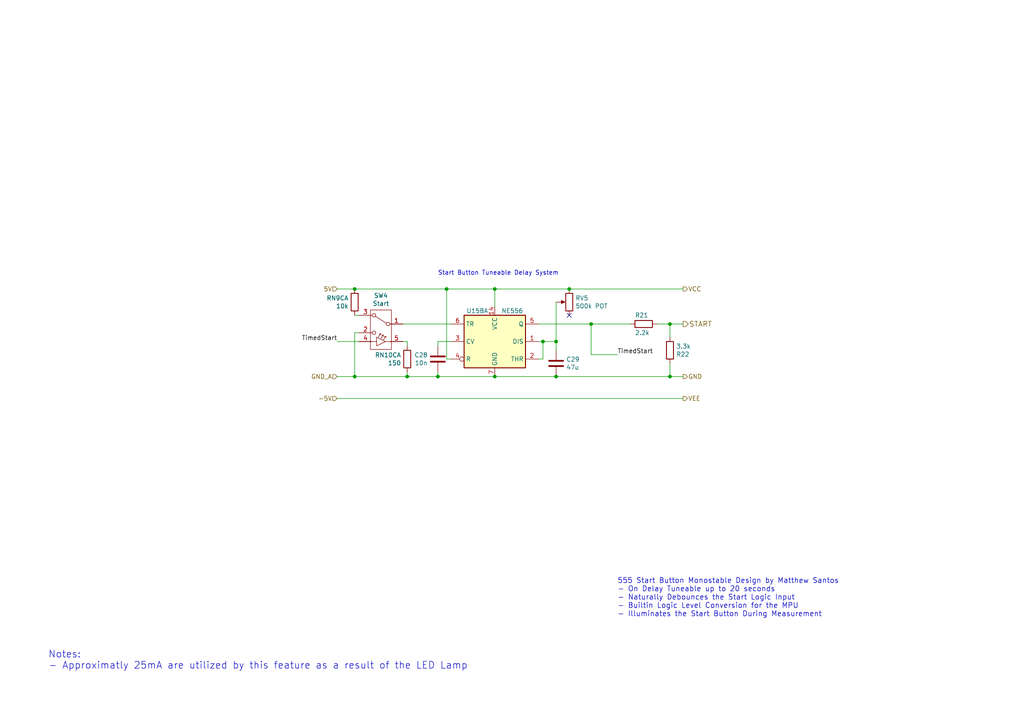
<source format=kicad_sch>
(kicad_sch (version 20231120) (generator "eeschema") (generator_version "8.0")
  (paper "A4")
  (lib_symbols
    (symbol "Main-rescue:C-device" (pin_numbers hide) (pin_names (offset 0.254))
      (property "Reference" "C" (at 0.635 2.54 0))
      (property "Value" "device:C" (at 0.635 -2.54 0))
      (symbol "C-device_0_1"
        (polyline (pts (xy -2.032 -0.762) (xy 2.032 -0.762)) (stroke (width 0.508)))
        (polyline (pts (xy -2.032 0.762) (xy 2.032 0.762)) (stroke (width 0.508)))
      )
      (symbol "C-device_1_1"
        (pin passive line (at 0 3.81 270) (length 2.794) (name "~") (number "1"))
        (pin passive line (at 0 -3.81 90) (length 2.794) (name "~") (number "2"))
      )
    )
    (symbol "Main-rescue:NE556-linear"
      (property "Reference" "U" (at -10.16 8.89 0))
      (property "Value" "linear:NE556" (at -10.16 -8.89 0))
      (symbol "NE556-linear_0_0"
        (pin power_in line (at 0 10.16 270) (length 2.54) (name "VCC") (number "14"))
        (pin power_in line (at 0 -10.16 90) (length 2.54) (name "GND") (number "7"))
      )
      (symbol "NE556-linear_0_1"
        (rectangle (start -8.89 -7.62) (end 8.89 7.62) (stroke (width 0.254)) (fill (type background)))
        (rectangle (start -8.89 -7.62) (end 8.89 7.62) (stroke (width 0.254)) (fill (type background)))
      )
      (symbol "NE556-linear_1_1"
        (pin input line (at 12.7 0 180) (length 3.81) (name "DIS") (number "1"))
        (pin input line (at 12.7 -5.08 180) (length 3.81) (name "THR") (number "2"))
        (pin input line (at -12.7 0 0) (length 3.81) (name "CV") (number "3"))
        (pin input inverted (at -12.7 -5.08 0) (length 3.81) (name "R") (number "4"))
        (pin output line (at 12.7 5.08 180) (length 3.81) (name "Q") (number "5"))
        (pin input line (at -12.7 5.08 0) (length 3.81) (name "TR") (number "6"))
      )
      (symbol "NE556-linear_2_1"
        (pin input inverted (at -12.7 -5.08 0) (length 3.81) (name "R") (number "10"))
        (pin input line (at -12.7 0 0) (length 3.81) (name "CV") (number "11"))
        (pin input line (at 12.7 -5.08 180) (length 3.81) (name "THR") (number "12"))
        (pin input line (at 12.7 0 180) (length 3.81) (name "DIS") (number "13"))
        (pin input line (at -12.7 5.08 0) (length 3.81) (name "TR") (number "8"))
        (pin output line (at 12.7 5.08 180) (length 3.81) (name "Q") (number "9"))
      )
    )
    (symbol "Main-rescue:POT-device" (pin_numbers hide) (pin_names (offset 1.016) hide)
      (property "Reference" "RV" (at -4.445 0 90))
      (property "Value" "device:POT" (at -2.54 0 90))
      (symbol "POT-device_0_1"
        (polyline (pts (xy 2.54 0) (xy 1.524 0)))
        (polyline (pts (xy 1.143 0) (xy 2.286 0.508) (xy 2.286 -0.508)) (fill (type outline)))
        (rectangle (start 1.016 2.54) (end -1.016 -2.54) (stroke (width 0.254)))
      )
      (symbol "POT-device_1_1"
        (pin passive line (at 0 3.81 270) (length 1.27) (name "1") (number "1"))
        (pin passive line (at 3.81 0 180) (length 1.27) (name "2") (number "2"))
        (pin passive line (at 0 -3.81 90) (length 1.27) (name "3") (number "3"))
      )
    )
    (symbol "Main-rescue:R-device" (pin_numbers hide) (pin_names (offset 0))
      (property "Reference" "R" (at 2.032 0 90))
      (property "Value" "device:R" (at 0 0 90))
      (symbol "R-device_0_1"
        (rectangle (start -1.016 -2.54) (end 1.016 2.54) (stroke (width 0.254)))
      )
      (symbol "R-device_1_1"
        (pin passive line (at 0 3.81 270) (length 1.27) (name "~") (number "1"))
        (pin passive line (at 0 -3.81 90) (length 1.27) (name "~") (number "2"))
      )
    )
    (symbol "Main-rescue:RN_3-IsolatedResistors" (pin_numbers hide) (pin_names (offset 0))
      (property "Reference" "RN" (at 2.032 0 90))
      (property "Value" "IsolatedResistors:RN_3" (at 0 0 90))
      (symbol "RN_3-IsolatedResistors_0_1"
        (rectangle (start -1.016 -2.54) (end 1.016 2.54) (stroke (width 0.254)))
      )
      (symbol "RN_3-IsolatedResistors_1_1"
        (pin passive line (at 0 3.81 270) (length 1.27) (name "~") (number "1"))
        (pin passive line (at 0 -3.81 90) (length 1.27) (name "~") (number "2"))
      )
      (symbol "RN_3-IsolatedResistors_2_1"
        (pin passive line (at 0 3.81 270) (length 1.27) (name "~") (number "3"))
        (pin passive line (at 0 -3.81 90) (length 1.27) (name "~") (number "4"))
      )
      (symbol "RN_3-IsolatedResistors_3_1"
        (pin passive line (at 0 3.81 270) (length 1.27) (name "~") (number "5"))
        (pin passive line (at 0 -3.81 90) (length 1.27) (name "~") (number "6"))
      )
    )
    (symbol "Main-rescue:UB15SKG035F-FF-ub15skg035f-ff" (pin_names (offset 0) hide)
      (property "Reference" "SW" (at 0 5.207 0))
      (property "Value" "ub15skg035f-ff:UB15SKG035F-FF" (at 0 -8.509 0))
      (symbol "UB15SKG035F-FF-ub15skg035f-ff_0_0"
        (circle (center -2.032 -2.54) (radius 0.508))
        (polyline (pts (xy -0.762 -3.81) (xy -0.127 -2.794)))
        (polyline (pts (xy -0.127 -2.794) (xy -0.508 -2.921)))
        (polyline (pts (xy -0.127 -2.794) (xy 0 -3.175)))
        (polyline (pts (xy 0 -4.191) (xy 0.635 -3.175)))
        (polyline (pts (xy 0.635 -3.175) (xy 0.254 -3.302)))
        (polyline (pts (xy 0.635 -3.175) (xy 0.762 -3.556)))
        (polyline (pts (xy 0.762 -4.572) (xy 1.397 -3.556)))
        (polyline (pts (xy 1.27 -3.556) (xy 1.016 -3.683)))
        (polyline (pts (xy 1.397 -3.556) (xy 1.524 -3.937)))
        (circle (center 2.032 0) (radius 0.508))
      )
      (symbol "UB15SKG035F-FF-ub15skg035f-ff_0_1"
        (rectangle (start -3.048 -7.366) (end 3.048 4.064))
        (circle (center -2.032 2.54) (radius 0.508))
        (polyline (pts (xy -2.54 -5.08) (xy -1.27 -5.08)))
        (polyline (pts (xy 1.27 -5.08) (xy 2.54 -5.08)))
        (polyline (pts (xy 1.524 0.254) (xy -1.651 2.286)))
        (polyline (pts (xy -1.27 -3.81) (xy -1.27 -6.35) (xy 1.27 -5.08) (xy -1.27 -3.81)))
      )
      (symbol "UB15SKG035F-FF-ub15skg035f-ff_1_1"
        (pin passive line (at 6.35 0 180) (length 3.7084) (name "C") (number "1"))
        (pin passive line (at -6.35 -2.54 0) (length 3.7084) (name "NO") (number "2"))
        (pin passive line (at -6.35 2.54 0) (length 3.7084) (name "NC") (number "3"))
        (pin passive line (at -6.35 -5.08 0) (length 3.7084) (name "L+") (number "4"))
        (pin passive line (at 6.35 -5.08 180) (length 3.7084) (name "L-") (number "5"))
      )
    )
  )
  (junction (at 161.29 109.22))
  (junction (at 129.54 83.82))
  (junction (at 143.51 83.82))
  (junction (at 194.31 109.22))
  (junction (at 102.87 109.22))
  (junction (at 118.11 109.22))
  (junction (at 171.45 93.98))
  (junction (at 157.48 99.06))
  (junction (at 161.29 99.06))
  (junction (at 127 109.22))
  (junction (at 194.31 93.98))
  (junction (at 102.87 83.82))
  (junction (at 165.1 83.82))
  (junction (at 143.51 109.22))
  (no_connect (at 165.1 91.44))
  (wire (pts (xy 190.5 93.98) (xy 194.31 93.98)))
  (wire (pts (xy 102.87 96.52) (xy 102.87 109.22)))
  (wire (pts (xy 97.79 99.06) (xy 104.14 99.06)))
  (wire (pts (xy 194.31 93.98) (xy 198.12 93.98)))
  (wire (pts (xy 116.84 93.98) (xy 130.81 93.98)))
  (wire (pts (xy 161.29 109.22) (xy 194.31 109.22)))
  (wire (pts (xy 165.1 83.82) (xy 198.12 83.82)))
  (wire (pts (xy 97.79 109.22) (xy 102.87 109.22)))
  (wire (pts (xy 143.51 88.9) (xy 143.51 83.82)))
  (wire (pts (xy 102.87 83.82) (xy 129.54 83.82)))
  (wire (pts (xy 171.45 93.98) (xy 182.88 93.98)))
  (wire (pts (xy 194.31 93.98) (xy 194.31 97.79)))
  (wire (pts (xy 161.29 87.63) (xy 161.29 99.06)))
  (wire (pts (xy 171.45 93.98) (xy 171.45 102.87)))
  (wire (pts (xy 156.21 93.98) (xy 171.45 93.98)))
  (wire (pts (xy 157.48 99.06) (xy 157.48 104.14)))
  (wire (pts (xy 143.51 83.82) (xy 165.1 83.82)))
  (wire (pts (xy 161.29 101.6) (xy 161.29 99.06)))
  (wire (pts (xy 157.48 104.14) (xy 156.21 104.14)))
  (wire (pts (xy 102.87 91.44) (xy 104.14 91.44)))
  (wire (pts (xy 194.31 109.22) (xy 198.12 109.22)))
  (wire (pts (xy 156.21 99.06) (xy 157.48 99.06)))
  (wire (pts (xy 97.79 115.57) (xy 198.12 115.57)))
  (wire (pts (xy 116.84 99.06) (xy 118.11 99.06)))
  (wire (pts (xy 171.45 102.87) (xy 179.07 102.87)))
  (wire (pts (xy 118.11 109.22) (xy 127 109.22)))
  (wire (pts (xy 130.81 104.14) (xy 129.54 104.14)))
  (wire (pts (xy 129.54 83.82) (xy 143.51 83.82)))
  (wire (pts (xy 118.11 100.33) (xy 118.11 99.06)))
  (wire (pts (xy 127 107.95) (xy 127 109.22)))
  (wire (pts (xy 127 109.22) (xy 143.51 109.22)))
  (wire (pts (xy 102.87 109.22) (xy 118.11 109.22)))
  (wire (pts (xy 127 99.06) (xy 127 100.33)))
  (wire (pts (xy 129.54 104.14) (xy 129.54 83.82)))
  (wire (pts (xy 130.81 99.06) (xy 127 99.06)))
  (wire (pts (xy 118.11 107.95) (xy 118.11 109.22)))
  (wire (pts (xy 143.51 109.22) (xy 161.29 109.22)))
  (wire (pts (xy 157.48 99.06) (xy 161.29 99.06)))
  (wire (pts (xy 97.79 83.82) (xy 102.87 83.82)))
  (wire (pts (xy 102.87 96.52) (xy 104.14 96.52)))
  (wire (pts (xy 194.31 105.41) (xy 194.31 109.22)))
  (text "Start Button Tuneable Delay System" (at 127 80.01 0) (effects (font (size 1.27 1.27)) (justify left bottom)))
  (text "555 Start Button Monostable Design by Matthew Santos\n- On Delay Tuneable up to 20 seconds\n- Naturally Debounces the Start Logic Input\n- Builtin Logic Level Conversion for the MPU\n- Illuminates the Start Button During Measurement" (at 179.07 179.07 0) (effects (font (size 1.4986 1.4986)) (justify left bottom)))
  (text "Notes:\n- Approximatly 25mA are utilized by this feature as a result of the LED Lamp" (at 13.97 194.31 0) (effects (font (size 2.0066 2.0066)) (justify left bottom)))
  (label "TimedStart" (at 97.79 99.06 180))
  (label "TimedStart" (at 179.07 102.87 0))
  (hierarchical_label "START" (shape output) (at 198.12 93.98 0) (effects (font (size 1.4986 1.4986))))
  (hierarchical_label "GND" (shape output) (at 198.12 109.22 0))
  (hierarchical_label "5V" (shape input) (at 97.79 83.82 180))
  (hierarchical_label "GND_A" (shape input) (at 97.79 109.22 180))
  (hierarchical_label "VCC" (shape output) (at 198.12 83.82 0))
  (hierarchical_label "VEE" (shape output) (at 198.12 115.57 0))
  (hierarchical_label "-5V" (shape input) (at 97.79 115.57 180))
  (symbol (lib_id "Main-rescue:POT-device") (at 165.1 87.63 0) (mirror y) (unit 1)
    (property "Reference" "RV5" (at 166.878 86.4616 0) (effects (justify right)))
    (property "Value" "500k POT" (at 166.878 88.773 0) (effects (justify right)))
    (property "Footprint" "Potentiometers:Potentiometer_Trimmer_Bourns_3296W" (effects (hide yes)))
    (property "Datasheet" "http://www.bourns.com/docs/Product-Datasheets/3296.pdf" (effects (hide yes)))
    (property "Digikey" "3296W-504LF-ND" (effects (hide yes)))
    (property "manf#" "3296W-1-504LF" (effects (hide yes)))
  )
  (symbol (lib_id "Main-rescue:UB15SKG035F-FF-ub15skg035f-ff") (at 110.49 93.98 0) (unit 1)
    (property "Reference" "SW4" (at 110.49 85.725 0))
    (property "Value" "Start" (at 110.49 88.0364 0))
    (property "Footprint" "Libraries:UB15SKG035F-FF" (effects (hide yes)))
    (property "Datasheet" "http://www.nkkswitches.com/pdf/ubnonilluminated.pdf" (effects (hide yes)))
    (property "manf#" "UB15SKG035F-FF" (effects (hide yes)))
    (property "Digikey" "360-1947-ND" (effects (hide yes)))
  )
  (symbol (lib_id "Main-rescue:C-device") (at 161.29 105.41 0) (unit 1)
    (property "Reference" "C29" (at 164.211 104.2416 0) (effects (justify left)))
    (property "Value" "47u" (at 164.211 106.553 0) (effects (justify left)))
    (property "Footprint" "Resistors_SMD:R_1206_HandSoldering" (effects (hide yes)))
    (property "Datasheet" "https://www.murata.com/~/media/webrenewal/support/library/catalog/products/capacitor/mlcc/c02e.ashx" (effects (hide yes)))
    (property "Digikey" "490-8337-1-ND" (effects (hide yes)))
    (property "manf#" "GRM31CC80J476KE18L" (effects (hide yes)))
  )
  (symbol (lib_id "Main-rescue:C-device") (at 127 104.14 0) (unit 1)
    (property "Reference" "C28" (at 124.079 102.9716 0) (effects (justify right)))
    (property "Value" "10n" (at 124.079 105.283 0) (effects (justify right)))
    (property "Footprint" "Resistors_SMD:R_1206_HandSoldering" (effects (hide yes)))
    (property "Datasheet" "https://content.kemet.com/datasheets/KEM_C1002_X7R_SMD.pdf" (effects (hide yes)))
    (property "Digikey" "399-1237-1-ND" (effects (hide yes)))
    (property "manf#" "C1206C103J5RACTU" (effects (hide yes)))
  )
  (symbol (lib_id "Main-rescue:R-device") (at 186.69 93.98 270) (mirror x) (unit 1)
    (property "Reference" "R21" (at 184.15 91.44 90) (effects (justify left)))
    (property "Value" "2.2k" (at 184.15 96.52 90) (effects (justify left)))
    (property "Footprint" "Resistors_SMD:R_1206_HandSoldering" (effects (hide yes)))
    (property "Datasheet" "http://www.yageo.com/documents/recent/PYu-RC_Group_51_RoHS_L_9.pdf" (effects (hide yes)))
    (property "Digikey" "311-2.2KERCT-ND" (effects (hide yes)))
    (property "manf#" "RC1206JR-072K2L" (effects (hide yes)))
  )
  (symbol (lib_id "Main-rescue:R-device") (at 194.31 101.6 0) (mirror x) (unit 1)
    (property "Reference" "R22" (at 196.088 102.7684 0) (effects (justify left)))
    (property "Value" "3.3k" (at 196.088 100.457 0) (effects (justify left)))
    (property "Footprint" "Resistors_SMD:R_1206_HandSoldering" (effects (hide yes)))
    (property "Datasheet" "http://www.yageo.com/documents/recent/PYu-RC_Group_51_RoHS_L_9.pdf" (effects (hide yes)))
    (property "Digikey" "311-3.30KFRCT-ND" (effects (hide yes)))
    (property "manf#" "RC1206FR-073K3L" (effects (hide yes)))
  )
  (symbol (lib_id "Main-rescue:NE556-linear") (at 143.51 99.06 0) (unit 1)
    (property "Reference" "U15B" (at 138.43 90.17 0))
    (property "Value" "NE556" (at 148.59 90.17 0))
    (property "Footprint" "Housings_DIP:DIP-14_W7.62mm" (effects (hide yes)))
    (property "Datasheet" "http://www.ti.com/lit/ds/symlink/na556.pdf" (effects (hide yes)))
    (property "Digikey" "296-6504-5-ND" (effects (hide yes)))
    (property "manf#" "NE556N" (effects (hide yes)))
  )
  (symbol (lib_id "Main-rescue:RN_3-IsolatedResistors") (at 102.87 87.63 0) (mirror y) (unit 1)
    (property "Reference" "RN9C" (at 101.092 86.4616 0) (effects (justify left)))
    (property "Value" "10k" (at 101.092 88.773 0) (effects (justify left)))
    (property "Footprint" "Resistors_THT:R_Array_SIP6" (effects (hide yes)))
    (property "Datasheet" "http://www.bourns.com/docs/Product-Datasheets/4600x.pdf" (effects (hide yes)))
    (property "Digikey" "4606X-2-103LF-ND" (effects (hide yes)))
    (property "manf#" "4606X-102-103LF" (effects (hide yes)))
  )
  (symbol (lib_id "Main-rescue:RN_3-IsolatedResistors") (at 118.11 104.14 0) (unit 1)
    (property "Reference" "RN10C" (at 116.332 102.9716 0) (effects (justify right)))
    (property "Value" "150" (at 116.332 105.283 0) (effects (justify right)))
    (property "Footprint" "Resistors_THT:R_Array_SIP6" (effects (hide yes)))
    (property "Datasheet" "http://www.bourns.com/docs/Product-Datasheets/4600x.pdf" (effects (hide yes)))
    (property "Digikey" "4606X-2-151LF-ND" (effects (hide yes)))
    (property "manf#" "4606X-102-151LF" (effects (hide yes)))
  )
)
</source>
